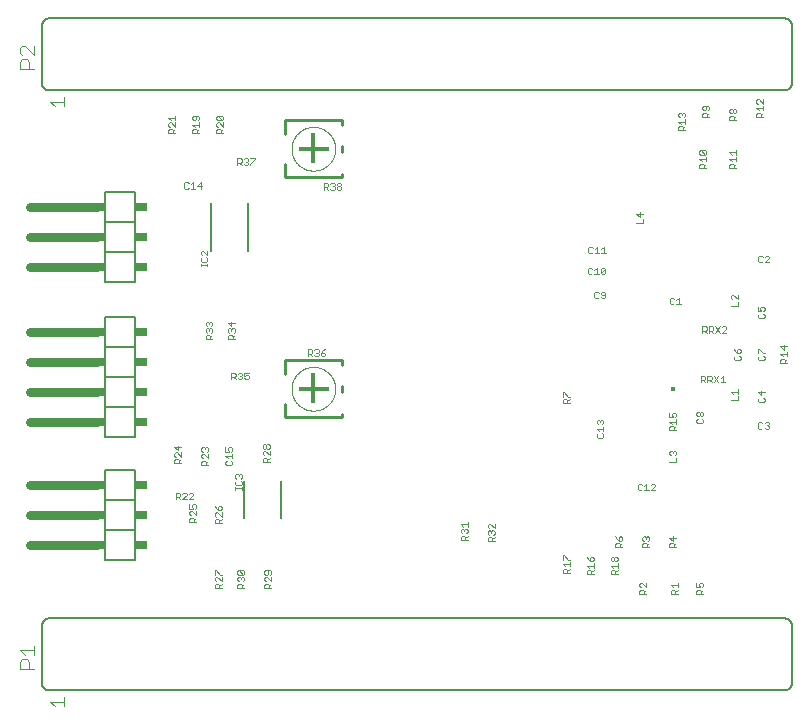
<source format=gtl>
G75*
%MOIN*%
%OFA0B0*%
%FSLAX25Y25*%
%IPPOS*%
%LPD*%
%AMOC8*
5,1,8,0,0,1.08239X$1,22.5*
%
%ADD10C,0.00200*%
%ADD11R,0.01772X0.01772*%
%ADD12C,0.00600*%
%ADD13C,0.00400*%
%ADD14C,0.03000*%
%ADD15R,0.02000X0.03000*%
%ADD16R,0.04000X0.03000*%
%ADD17C,0.01000*%
%ADD18R,0.01575X0.10433*%
%ADD19R,0.10433X0.01575*%
D10*
X0122793Y0088533D02*
X0122793Y0089634D01*
X0123160Y0090001D01*
X0123894Y0090001D01*
X0124261Y0089634D01*
X0124261Y0088533D01*
X0124261Y0089267D02*
X0124995Y0090001D01*
X0124995Y0090743D02*
X0123527Y0092211D01*
X0123160Y0092211D01*
X0122793Y0091844D01*
X0122793Y0091110D01*
X0123160Y0090743D01*
X0124995Y0090743D02*
X0124995Y0092211D01*
X0124995Y0092953D02*
X0124628Y0092953D01*
X0123160Y0094421D01*
X0122793Y0094421D01*
X0122793Y0092953D01*
X0130293Y0093320D02*
X0130293Y0094054D01*
X0130660Y0094421D01*
X0132128Y0092953D01*
X0132495Y0093320D01*
X0132495Y0094054D01*
X0132128Y0094421D01*
X0130660Y0094421D01*
X0130293Y0093320D02*
X0130660Y0092953D01*
X0132128Y0092953D01*
X0132128Y0092211D02*
X0132495Y0091844D01*
X0132495Y0091110D01*
X0132128Y0090743D01*
X0132495Y0090001D02*
X0131761Y0089267D01*
X0131761Y0089634D02*
X0131761Y0088533D01*
X0132495Y0088533D02*
X0130293Y0088533D01*
X0130293Y0089634D01*
X0130660Y0090001D01*
X0131394Y0090001D01*
X0131761Y0089634D01*
X0130660Y0090743D02*
X0130293Y0091110D01*
X0130293Y0091844D01*
X0130660Y0092211D01*
X0131027Y0092211D01*
X0131394Y0091844D01*
X0131761Y0092211D01*
X0132128Y0092211D01*
X0131394Y0091844D02*
X0131394Y0091477D01*
X0139293Y0091110D02*
X0139660Y0090743D01*
X0139293Y0091110D02*
X0139293Y0091844D01*
X0139660Y0092211D01*
X0140027Y0092211D01*
X0141495Y0090743D01*
X0141495Y0092211D01*
X0141128Y0092953D02*
X0141495Y0093320D01*
X0141495Y0094054D01*
X0141128Y0094421D01*
X0139660Y0094421D01*
X0139293Y0094054D01*
X0139293Y0093320D01*
X0139660Y0092953D01*
X0140027Y0092953D01*
X0140394Y0093320D01*
X0140394Y0094421D01*
X0140394Y0090001D02*
X0139660Y0090001D01*
X0139293Y0089634D01*
X0139293Y0088533D01*
X0141495Y0088533D01*
X0140761Y0088533D02*
X0140761Y0089634D01*
X0140394Y0090001D01*
X0140761Y0089267D02*
X0141495Y0090001D01*
X0124995Y0088533D02*
X0122793Y0088533D01*
X0122793Y0110033D02*
X0122793Y0111134D01*
X0123160Y0111501D01*
X0123894Y0111501D01*
X0124261Y0111134D01*
X0124261Y0110033D01*
X0124261Y0110767D02*
X0124995Y0111501D01*
X0124995Y0112243D02*
X0123527Y0113711D01*
X0123160Y0113711D01*
X0122793Y0113344D01*
X0122793Y0112610D01*
X0123160Y0112243D01*
X0124995Y0112243D02*
X0124995Y0113711D01*
X0124628Y0114453D02*
X0124995Y0114820D01*
X0124995Y0115554D01*
X0124628Y0115921D01*
X0124261Y0115921D01*
X0123894Y0115554D01*
X0123894Y0114453D01*
X0124628Y0114453D01*
X0123894Y0114453D02*
X0123160Y0115187D01*
X0122793Y0115921D01*
X0122793Y0110033D02*
X0124995Y0110033D01*
X0116495Y0110533D02*
X0114293Y0110533D01*
X0114293Y0111634D01*
X0114660Y0112001D01*
X0115394Y0112001D01*
X0115761Y0111634D01*
X0115761Y0110533D01*
X0115761Y0111267D02*
X0116495Y0112001D01*
X0116495Y0112743D02*
X0115027Y0114211D01*
X0114660Y0114211D01*
X0114293Y0113844D01*
X0114293Y0113110D01*
X0114660Y0112743D01*
X0116495Y0112743D02*
X0116495Y0114211D01*
X0116128Y0114953D02*
X0116495Y0115320D01*
X0116495Y0116054D01*
X0116128Y0116421D01*
X0115394Y0116421D01*
X0115027Y0116054D01*
X0115027Y0115687D01*
X0115394Y0114953D01*
X0114293Y0114953D01*
X0114293Y0116421D01*
X0114115Y0118033D02*
X0115583Y0119501D01*
X0115583Y0119868D01*
X0115216Y0120235D01*
X0114482Y0120235D01*
X0114115Y0119868D01*
X0113373Y0119868D02*
X0113006Y0120235D01*
X0112272Y0120235D01*
X0111905Y0119868D01*
X0111163Y0119868D02*
X0111163Y0119134D01*
X0110796Y0118767D01*
X0109695Y0118767D01*
X0109695Y0118033D02*
X0109695Y0120235D01*
X0110796Y0120235D01*
X0111163Y0119868D01*
X0110429Y0118767D02*
X0111163Y0118033D01*
X0111905Y0118033D02*
X0113373Y0119501D01*
X0113373Y0119868D01*
X0113373Y0118033D02*
X0111905Y0118033D01*
X0114115Y0118033D02*
X0115583Y0118033D01*
X0129593Y0121333D02*
X0129593Y0122067D01*
X0129593Y0121700D02*
X0131795Y0121700D01*
X0131795Y0121333D02*
X0131795Y0122067D01*
X0131428Y0122806D02*
X0131795Y0123173D01*
X0131795Y0123907D01*
X0131428Y0124274D01*
X0131428Y0125016D02*
X0131795Y0125383D01*
X0131795Y0126117D01*
X0131428Y0126484D01*
X0131061Y0126484D01*
X0130694Y0126117D01*
X0130694Y0125750D01*
X0130694Y0126117D02*
X0130327Y0126484D01*
X0129960Y0126484D01*
X0129593Y0126117D01*
X0129593Y0125383D01*
X0129960Y0125016D01*
X0129960Y0124274D02*
X0129593Y0123907D01*
X0129593Y0123173D01*
X0129960Y0122806D01*
X0131428Y0122806D01*
X0128128Y0129533D02*
X0128495Y0129900D01*
X0128495Y0130634D01*
X0128128Y0131001D01*
X0128495Y0131743D02*
X0128495Y0133211D01*
X0128495Y0132477D02*
X0126293Y0132477D01*
X0127027Y0131743D01*
X0126660Y0131001D02*
X0126293Y0130634D01*
X0126293Y0129900D01*
X0126660Y0129533D01*
X0128128Y0129533D01*
X0128128Y0133953D02*
X0128495Y0134320D01*
X0128495Y0135054D01*
X0128128Y0135421D01*
X0127394Y0135421D01*
X0127027Y0135054D01*
X0127027Y0134687D01*
X0127394Y0133953D01*
X0126293Y0133953D01*
X0126293Y0135421D01*
X0120495Y0135054D02*
X0120495Y0134320D01*
X0120128Y0133953D01*
X0120495Y0133211D02*
X0120495Y0131743D01*
X0119027Y0133211D01*
X0118660Y0133211D01*
X0118293Y0132844D01*
X0118293Y0132110D01*
X0118660Y0131743D01*
X0118660Y0131001D02*
X0119394Y0131001D01*
X0119761Y0130634D01*
X0119761Y0129533D01*
X0119761Y0130267D02*
X0120495Y0131001D01*
X0120495Y0129533D02*
X0118293Y0129533D01*
X0118293Y0130634D01*
X0118660Y0131001D01*
X0118660Y0133953D02*
X0118293Y0134320D01*
X0118293Y0135054D01*
X0118660Y0135421D01*
X0119027Y0135421D01*
X0119394Y0135054D01*
X0119761Y0135421D01*
X0120128Y0135421D01*
X0120495Y0135054D01*
X0119394Y0135054D02*
X0119394Y0134687D01*
X0111495Y0135554D02*
X0109293Y0135554D01*
X0110394Y0134453D01*
X0110394Y0135921D01*
X0110027Y0133711D02*
X0109660Y0133711D01*
X0109293Y0133344D01*
X0109293Y0132610D01*
X0109660Y0132243D01*
X0109660Y0131501D02*
X0110394Y0131501D01*
X0110761Y0131134D01*
X0110761Y0130033D01*
X0110761Y0130767D02*
X0111495Y0131501D01*
X0111495Y0132243D02*
X0110027Y0133711D01*
X0111495Y0133711D02*
X0111495Y0132243D01*
X0109660Y0131501D02*
X0109293Y0131134D01*
X0109293Y0130033D01*
X0111495Y0130033D01*
X0138793Y0130533D02*
X0138793Y0131634D01*
X0139160Y0132001D01*
X0139894Y0132001D01*
X0140261Y0131634D01*
X0140261Y0130533D01*
X0140261Y0131267D02*
X0140995Y0132001D01*
X0140995Y0132743D02*
X0139527Y0134211D01*
X0139160Y0134211D01*
X0138793Y0133844D01*
X0138793Y0133110D01*
X0139160Y0132743D01*
X0140995Y0132743D02*
X0140995Y0134211D01*
X0140628Y0134953D02*
X0140261Y0134953D01*
X0139894Y0135320D01*
X0139894Y0136054D01*
X0140261Y0136421D01*
X0140628Y0136421D01*
X0140995Y0136054D01*
X0140995Y0135320D01*
X0140628Y0134953D01*
X0139894Y0135320D02*
X0139527Y0134953D01*
X0139160Y0134953D01*
X0138793Y0135320D01*
X0138793Y0136054D01*
X0139160Y0136421D01*
X0139527Y0136421D01*
X0139894Y0136054D01*
X0140995Y0130533D02*
X0138793Y0130533D01*
X0133716Y0158033D02*
X0132982Y0158033D01*
X0132615Y0158400D01*
X0132615Y0159134D02*
X0133349Y0159501D01*
X0133716Y0159501D01*
X0134083Y0159134D01*
X0134083Y0158400D01*
X0133716Y0158033D01*
X0132615Y0159134D02*
X0132615Y0160235D01*
X0134083Y0160235D01*
X0131873Y0159868D02*
X0131873Y0159501D01*
X0131506Y0159134D01*
X0131873Y0158767D01*
X0131873Y0158400D01*
X0131506Y0158033D01*
X0130772Y0158033D01*
X0130405Y0158400D01*
X0129663Y0158033D02*
X0128929Y0158767D01*
X0129296Y0158767D02*
X0128195Y0158767D01*
X0128195Y0158033D02*
X0128195Y0160235D01*
X0129296Y0160235D01*
X0129663Y0159868D01*
X0129663Y0159134D01*
X0129296Y0158767D01*
X0130405Y0159868D02*
X0130772Y0160235D01*
X0131506Y0160235D01*
X0131873Y0159868D01*
X0131506Y0159134D02*
X0131139Y0159134D01*
X0129395Y0171403D02*
X0127193Y0171403D01*
X0127193Y0172504D01*
X0127560Y0172871D01*
X0128294Y0172871D01*
X0128661Y0172504D01*
X0128661Y0171403D01*
X0128661Y0172137D02*
X0129395Y0172871D01*
X0129028Y0173613D02*
X0129395Y0173980D01*
X0129395Y0174714D01*
X0129028Y0175081D01*
X0128661Y0175081D01*
X0128294Y0174714D01*
X0128294Y0174347D01*
X0128294Y0174714D02*
X0127927Y0175081D01*
X0127560Y0175081D01*
X0127193Y0174714D01*
X0127193Y0173980D01*
X0127560Y0173613D01*
X0128294Y0175823D02*
X0128294Y0177291D01*
X0127193Y0176924D02*
X0128294Y0175823D01*
X0129395Y0176924D02*
X0127193Y0176924D01*
X0121895Y0176924D02*
X0121895Y0176190D01*
X0121528Y0175823D01*
X0121528Y0175081D02*
X0121895Y0174714D01*
X0121895Y0173980D01*
X0121528Y0173613D01*
X0121895Y0172871D02*
X0121161Y0172137D01*
X0121161Y0172504D02*
X0121161Y0171403D01*
X0121895Y0171403D02*
X0119693Y0171403D01*
X0119693Y0172504D01*
X0120060Y0172871D01*
X0120794Y0172871D01*
X0121161Y0172504D01*
X0120060Y0173613D02*
X0119693Y0173980D01*
X0119693Y0174714D01*
X0120060Y0175081D01*
X0120427Y0175081D01*
X0120794Y0174714D01*
X0121161Y0175081D01*
X0121528Y0175081D01*
X0120794Y0174714D02*
X0120794Y0174347D01*
X0120060Y0175823D02*
X0119693Y0176190D01*
X0119693Y0176924D01*
X0120060Y0177291D01*
X0120427Y0177291D01*
X0120794Y0176924D01*
X0121161Y0177291D01*
X0121528Y0177291D01*
X0121895Y0176924D01*
X0120794Y0176924D02*
X0120794Y0176557D01*
X0120295Y0195833D02*
X0120295Y0196567D01*
X0120295Y0196200D02*
X0118093Y0196200D01*
X0118093Y0195833D02*
X0118093Y0196567D01*
X0118460Y0197306D02*
X0119928Y0197306D01*
X0120295Y0197673D01*
X0120295Y0198407D01*
X0119928Y0198774D01*
X0120295Y0199516D02*
X0118827Y0200984D01*
X0118460Y0200984D01*
X0118093Y0200617D01*
X0118093Y0199883D01*
X0118460Y0199516D01*
X0118460Y0198774D02*
X0118093Y0198407D01*
X0118093Y0197673D01*
X0118460Y0197306D01*
X0120295Y0199516D02*
X0120295Y0200984D01*
X0118031Y0221558D02*
X0118031Y0223760D01*
X0116930Y0222659D01*
X0118398Y0222659D01*
X0116188Y0221558D02*
X0114720Y0221558D01*
X0115454Y0221558D02*
X0115454Y0223760D01*
X0114720Y0223026D01*
X0113978Y0223393D02*
X0113611Y0223760D01*
X0112877Y0223760D01*
X0112510Y0223393D01*
X0112510Y0221925D01*
X0112877Y0221558D01*
X0113611Y0221558D01*
X0113978Y0221925D01*
X0130195Y0229533D02*
X0130195Y0231735D01*
X0131296Y0231735D01*
X0131663Y0231368D01*
X0131663Y0230634D01*
X0131296Y0230267D01*
X0130195Y0230267D01*
X0130929Y0230267D02*
X0131663Y0229533D01*
X0132405Y0229900D02*
X0132772Y0229533D01*
X0133506Y0229533D01*
X0133873Y0229900D01*
X0133873Y0230267D01*
X0133506Y0230634D01*
X0133139Y0230634D01*
X0133506Y0230634D02*
X0133873Y0231001D01*
X0133873Y0231368D01*
X0133506Y0231735D01*
X0132772Y0231735D01*
X0132405Y0231368D01*
X0134615Y0231735D02*
X0136083Y0231735D01*
X0136083Y0231368D01*
X0134615Y0229900D01*
X0134615Y0229533D01*
X0125495Y0240033D02*
X0123293Y0240033D01*
X0123293Y0241134D01*
X0123660Y0241501D01*
X0124394Y0241501D01*
X0124761Y0241134D01*
X0124761Y0240033D01*
X0124761Y0240767D02*
X0125495Y0241501D01*
X0125495Y0242243D02*
X0124027Y0243711D01*
X0123660Y0243711D01*
X0123293Y0243344D01*
X0123293Y0242610D01*
X0123660Y0242243D01*
X0125495Y0242243D02*
X0125495Y0243711D01*
X0125128Y0244453D02*
X0123660Y0245921D01*
X0125128Y0245921D01*
X0125495Y0245554D01*
X0125495Y0244820D01*
X0125128Y0244453D01*
X0123660Y0244453D01*
X0123293Y0244820D01*
X0123293Y0245554D01*
X0123660Y0245921D01*
X0117495Y0245554D02*
X0117495Y0244820D01*
X0117128Y0244453D01*
X0116394Y0244820D02*
X0116394Y0245921D01*
X0115660Y0245921D02*
X0115293Y0245554D01*
X0115293Y0244820D01*
X0115660Y0244453D01*
X0116027Y0244453D01*
X0116394Y0244820D01*
X0117128Y0245921D02*
X0115660Y0245921D01*
X0117128Y0245921D02*
X0117495Y0245554D01*
X0117495Y0243711D02*
X0117495Y0242243D01*
X0117495Y0242977D02*
X0115293Y0242977D01*
X0116027Y0242243D01*
X0115660Y0241501D02*
X0116394Y0241501D01*
X0116761Y0241134D01*
X0116761Y0240033D01*
X0116761Y0240767D02*
X0117495Y0241501D01*
X0117495Y0240033D02*
X0115293Y0240033D01*
X0115293Y0241134D01*
X0115660Y0241501D01*
X0109495Y0241501D02*
X0108761Y0240767D01*
X0108761Y0241134D02*
X0108761Y0240033D01*
X0109495Y0240033D02*
X0107293Y0240033D01*
X0107293Y0241134D01*
X0107660Y0241501D01*
X0108394Y0241501D01*
X0108761Y0241134D01*
X0109495Y0242243D02*
X0108027Y0243711D01*
X0107660Y0243711D01*
X0107293Y0243344D01*
X0107293Y0242610D01*
X0107660Y0242243D01*
X0109495Y0242243D02*
X0109495Y0243711D01*
X0109495Y0244453D02*
X0109495Y0245921D01*
X0109495Y0245187D02*
X0107293Y0245187D01*
X0108027Y0244453D01*
X0159065Y0223516D02*
X0159065Y0221314D01*
X0159065Y0222048D02*
X0160166Y0222048D01*
X0160533Y0222415D01*
X0160533Y0223149D01*
X0160166Y0223516D01*
X0159065Y0223516D01*
X0159799Y0222048D02*
X0160533Y0221314D01*
X0161275Y0221681D02*
X0161642Y0221314D01*
X0162376Y0221314D01*
X0162743Y0221681D01*
X0162743Y0222048D01*
X0162376Y0222415D01*
X0162009Y0222415D01*
X0162376Y0222415D02*
X0162743Y0222782D01*
X0162743Y0223149D01*
X0162376Y0223516D01*
X0161642Y0223516D01*
X0161275Y0223149D01*
X0163485Y0223149D02*
X0163485Y0222782D01*
X0163852Y0222415D01*
X0164586Y0222415D01*
X0164953Y0222048D01*
X0164953Y0221681D01*
X0164586Y0221314D01*
X0163852Y0221314D01*
X0163485Y0221681D01*
X0163485Y0222048D01*
X0163852Y0222415D01*
X0164586Y0222415D02*
X0164953Y0222782D01*
X0164953Y0223149D01*
X0164586Y0223516D01*
X0163852Y0223516D01*
X0163485Y0223149D01*
X0247065Y0194968D02*
X0247065Y0193500D01*
X0247432Y0193133D01*
X0248166Y0193133D01*
X0248533Y0193500D01*
X0249275Y0193133D02*
X0250743Y0193133D01*
X0250009Y0193133D02*
X0250009Y0195335D01*
X0249275Y0194601D01*
X0248533Y0194968D02*
X0248166Y0195335D01*
X0247432Y0195335D01*
X0247065Y0194968D01*
X0251485Y0194968D02*
X0251852Y0195335D01*
X0252586Y0195335D01*
X0252953Y0194968D01*
X0251485Y0193500D01*
X0251852Y0193133D01*
X0252586Y0193133D01*
X0252953Y0193500D01*
X0252953Y0194968D01*
X0251485Y0194968D02*
X0251485Y0193500D01*
X0251635Y0200074D02*
X0253103Y0200074D01*
X0252369Y0200074D02*
X0252369Y0202276D01*
X0251635Y0201542D01*
X0250893Y0200074D02*
X0249425Y0200074D01*
X0250159Y0200074D02*
X0250159Y0202276D01*
X0249425Y0201542D01*
X0248683Y0201909D02*
X0248316Y0202276D01*
X0247582Y0202276D01*
X0247215Y0201909D01*
X0247215Y0200441D01*
X0247582Y0200074D01*
X0248316Y0200074D01*
X0248683Y0200441D01*
X0263293Y0210033D02*
X0265495Y0210033D01*
X0265495Y0211501D01*
X0264394Y0212243D02*
X0264394Y0213711D01*
X0263293Y0213344D02*
X0264394Y0212243D01*
X0265495Y0213344D02*
X0263293Y0213344D01*
X0284293Y0228533D02*
X0284293Y0229634D01*
X0284660Y0230001D01*
X0285394Y0230001D01*
X0285761Y0229634D01*
X0285761Y0228533D01*
X0285761Y0229267D02*
X0286495Y0230001D01*
X0286495Y0230743D02*
X0286495Y0232211D01*
X0286495Y0231477D02*
X0284293Y0231477D01*
X0285027Y0230743D01*
X0284660Y0232953D02*
X0284293Y0233320D01*
X0284293Y0234054D01*
X0284660Y0234421D01*
X0286128Y0232953D01*
X0286495Y0233320D01*
X0286495Y0234054D01*
X0286128Y0234421D01*
X0284660Y0234421D01*
X0284660Y0232953D02*
X0286128Y0232953D01*
X0286495Y0228533D02*
X0284293Y0228533D01*
X0294293Y0228533D02*
X0294293Y0229634D01*
X0294660Y0230001D01*
X0295394Y0230001D01*
X0295761Y0229634D01*
X0295761Y0228533D01*
X0295761Y0229267D02*
X0296495Y0230001D01*
X0296495Y0230743D02*
X0296495Y0232211D01*
X0296495Y0231477D02*
X0294293Y0231477D01*
X0295027Y0230743D01*
X0295027Y0232953D02*
X0294293Y0233687D01*
X0296495Y0233687D01*
X0296495Y0232953D02*
X0296495Y0234421D01*
X0296495Y0228533D02*
X0294293Y0228533D01*
X0279495Y0241033D02*
X0277293Y0241033D01*
X0277293Y0242134D01*
X0277660Y0242501D01*
X0278394Y0242501D01*
X0278761Y0242134D01*
X0278761Y0241033D01*
X0278761Y0241767D02*
X0279495Y0242501D01*
X0279495Y0243243D02*
X0279495Y0244711D01*
X0279495Y0243977D02*
X0277293Y0243977D01*
X0278027Y0243243D01*
X0277660Y0245453D02*
X0277293Y0245820D01*
X0277293Y0246554D01*
X0277660Y0246921D01*
X0278027Y0246921D01*
X0278394Y0246554D01*
X0278761Y0246921D01*
X0279128Y0246921D01*
X0279495Y0246554D01*
X0279495Y0245820D01*
X0279128Y0245453D01*
X0278394Y0246187D02*
X0278394Y0246554D01*
X0285293Y0246634D02*
X0285660Y0247001D01*
X0286394Y0247001D01*
X0286761Y0246634D01*
X0286761Y0245533D01*
X0286761Y0246267D02*
X0287495Y0247001D01*
X0287128Y0247743D02*
X0287495Y0248110D01*
X0287495Y0248844D01*
X0287128Y0249211D01*
X0285660Y0249211D01*
X0285293Y0248844D01*
X0285293Y0248110D01*
X0285660Y0247743D01*
X0286027Y0247743D01*
X0286394Y0248110D01*
X0286394Y0249211D01*
X0285293Y0246634D02*
X0285293Y0245533D01*
X0287495Y0245533D01*
X0294293Y0245634D02*
X0294293Y0244533D01*
X0296495Y0244533D01*
X0295761Y0244533D02*
X0295761Y0245634D01*
X0295394Y0246001D01*
X0294660Y0246001D01*
X0294293Y0245634D01*
X0294660Y0246743D02*
X0295027Y0246743D01*
X0295394Y0247110D01*
X0295394Y0247844D01*
X0295761Y0248211D01*
X0296128Y0248211D01*
X0296495Y0247844D01*
X0296495Y0247110D01*
X0296128Y0246743D01*
X0295761Y0246743D01*
X0295394Y0247110D01*
X0295394Y0247844D02*
X0295027Y0248211D01*
X0294660Y0248211D01*
X0294293Y0247844D01*
X0294293Y0247110D01*
X0294660Y0246743D01*
X0295761Y0245267D02*
X0296495Y0246001D01*
X0303293Y0245533D02*
X0303293Y0246634D01*
X0303660Y0247001D01*
X0304394Y0247001D01*
X0304761Y0246634D01*
X0304761Y0245533D01*
X0304761Y0246267D02*
X0305495Y0247001D01*
X0305495Y0247743D02*
X0305495Y0249211D01*
X0305495Y0248477D02*
X0303293Y0248477D01*
X0304027Y0247743D01*
X0303660Y0249953D02*
X0303293Y0250320D01*
X0303293Y0251054D01*
X0303660Y0251421D01*
X0304027Y0251421D01*
X0305495Y0249953D01*
X0305495Y0251421D01*
X0305495Y0245533D02*
X0303293Y0245533D01*
X0304294Y0199245D02*
X0303927Y0198878D01*
X0303927Y0197410D01*
X0304294Y0197043D01*
X0305028Y0197043D01*
X0305395Y0197410D01*
X0306137Y0197043D02*
X0307605Y0198511D01*
X0307605Y0198878D01*
X0307238Y0199245D01*
X0306504Y0199245D01*
X0306137Y0198878D01*
X0305395Y0198878D02*
X0305028Y0199245D01*
X0304294Y0199245D01*
X0306137Y0197043D02*
X0307605Y0197043D01*
X0296995Y0186211D02*
X0296995Y0184743D01*
X0295527Y0186211D01*
X0295160Y0186211D01*
X0294793Y0185844D01*
X0294793Y0185110D01*
X0295160Y0184743D01*
X0296995Y0184001D02*
X0296995Y0182533D01*
X0294793Y0182533D01*
X0303793Y0182211D02*
X0303793Y0180743D01*
X0304894Y0180743D01*
X0304527Y0181477D01*
X0304527Y0181844D01*
X0304894Y0182211D01*
X0305628Y0182211D01*
X0305995Y0181844D01*
X0305995Y0181110D01*
X0305628Y0180743D01*
X0305628Y0180001D02*
X0305995Y0179634D01*
X0305995Y0178900D01*
X0305628Y0178533D01*
X0304160Y0178533D01*
X0303793Y0178900D01*
X0303793Y0179634D01*
X0304160Y0180001D01*
X0293293Y0175368D02*
X0292926Y0175735D01*
X0292192Y0175735D01*
X0291825Y0175368D01*
X0291083Y0175735D02*
X0289615Y0173533D01*
X0288873Y0173533D02*
X0288139Y0174267D01*
X0288506Y0174267D02*
X0287405Y0174267D01*
X0287405Y0173533D02*
X0287405Y0175735D01*
X0288506Y0175735D01*
X0288873Y0175368D01*
X0288873Y0174634D01*
X0288506Y0174267D01*
X0289615Y0175735D02*
X0291083Y0173533D01*
X0291825Y0173533D02*
X0293293Y0175001D01*
X0293293Y0175368D01*
X0293293Y0173533D02*
X0291825Y0173533D01*
X0286663Y0173533D02*
X0285929Y0174267D01*
X0286296Y0174267D02*
X0285195Y0174267D01*
X0285195Y0173533D02*
X0285195Y0175735D01*
X0286296Y0175735D01*
X0286663Y0175368D01*
X0286663Y0174634D01*
X0286296Y0174267D01*
X0295793Y0168211D02*
X0296160Y0167477D01*
X0296894Y0166743D01*
X0296894Y0167844D01*
X0297261Y0168211D01*
X0297628Y0168211D01*
X0297995Y0167844D01*
X0297995Y0167110D01*
X0297628Y0166743D01*
X0296894Y0166743D01*
X0296160Y0166001D02*
X0295793Y0165634D01*
X0295793Y0164900D01*
X0296160Y0164533D01*
X0297628Y0164533D01*
X0297995Y0164900D01*
X0297995Y0165634D01*
X0297628Y0166001D01*
X0303793Y0165634D02*
X0303793Y0164900D01*
X0304160Y0164533D01*
X0305628Y0164533D01*
X0305995Y0164900D01*
X0305995Y0165634D01*
X0305628Y0166001D01*
X0305628Y0166743D02*
X0305995Y0166743D01*
X0305628Y0166743D02*
X0304160Y0168211D01*
X0303793Y0168211D01*
X0303793Y0166743D01*
X0304160Y0166001D02*
X0303793Y0165634D01*
X0311293Y0166477D02*
X0313495Y0166477D01*
X0313495Y0165743D02*
X0313495Y0167211D01*
X0312394Y0167953D02*
X0311293Y0169054D01*
X0313495Y0169054D01*
X0312394Y0169421D02*
X0312394Y0167953D01*
X0311293Y0166477D02*
X0312027Y0165743D01*
X0311660Y0165001D02*
X0312394Y0165001D01*
X0312761Y0164634D01*
X0312761Y0163533D01*
X0312761Y0164267D02*
X0313495Y0165001D01*
X0313495Y0163533D02*
X0311293Y0163533D01*
X0311293Y0164634D01*
X0311660Y0165001D01*
X0305995Y0153844D02*
X0303793Y0153844D01*
X0304894Y0152743D01*
X0304894Y0154211D01*
X0304160Y0152001D02*
X0303793Y0151634D01*
X0303793Y0150900D01*
X0304160Y0150533D01*
X0305628Y0150533D01*
X0305995Y0150900D01*
X0305995Y0151634D01*
X0305628Y0152001D01*
X0296995Y0152501D02*
X0296995Y0151033D01*
X0294793Y0151033D01*
X0295527Y0153243D02*
X0294793Y0153977D01*
X0296995Y0153977D01*
X0296995Y0153243D02*
X0296995Y0154711D01*
X0292793Y0157033D02*
X0291325Y0157033D01*
X0292059Y0157033D02*
X0292059Y0159235D01*
X0291325Y0158501D01*
X0290583Y0159235D02*
X0289115Y0157033D01*
X0288373Y0157033D02*
X0287639Y0157767D01*
X0288006Y0157767D02*
X0286905Y0157767D01*
X0286905Y0157033D02*
X0286905Y0159235D01*
X0288006Y0159235D01*
X0288373Y0158868D01*
X0288373Y0158134D01*
X0288006Y0157767D01*
X0289115Y0159235D02*
X0290583Y0157033D01*
X0286163Y0157033D02*
X0285429Y0157767D01*
X0285796Y0157767D02*
X0284695Y0157767D01*
X0284695Y0157033D02*
X0284695Y0159235D01*
X0285796Y0159235D01*
X0286163Y0158868D01*
X0286163Y0158134D01*
X0285796Y0157767D01*
X0285128Y0147211D02*
X0285495Y0146844D01*
X0285495Y0146110D01*
X0285128Y0145743D01*
X0284761Y0145743D01*
X0284394Y0146110D01*
X0284394Y0146844D01*
X0284761Y0147211D01*
X0285128Y0147211D01*
X0284394Y0146844D02*
X0284027Y0147211D01*
X0283660Y0147211D01*
X0283293Y0146844D01*
X0283293Y0146110D01*
X0283660Y0145743D01*
X0284027Y0145743D01*
X0284394Y0146110D01*
X0283660Y0145001D02*
X0283293Y0144634D01*
X0283293Y0143900D01*
X0283660Y0143533D01*
X0285128Y0143533D01*
X0285495Y0143900D01*
X0285495Y0144634D01*
X0285128Y0145001D01*
X0276495Y0144711D02*
X0276495Y0143243D01*
X0276495Y0143977D02*
X0274293Y0143977D01*
X0275027Y0143243D01*
X0274660Y0142501D02*
X0275394Y0142501D01*
X0275761Y0142134D01*
X0275761Y0141033D01*
X0275761Y0141767D02*
X0276495Y0142501D01*
X0276495Y0141033D02*
X0274293Y0141033D01*
X0274293Y0142134D01*
X0274660Y0142501D01*
X0274293Y0145453D02*
X0275394Y0145453D01*
X0275027Y0146187D01*
X0275027Y0146554D01*
X0275394Y0146921D01*
X0276128Y0146921D01*
X0276495Y0146554D01*
X0276495Y0145820D01*
X0276128Y0145453D01*
X0274293Y0145453D02*
X0274293Y0146921D01*
X0274660Y0134211D02*
X0275027Y0134211D01*
X0275394Y0133844D01*
X0275761Y0134211D01*
X0276128Y0134211D01*
X0276495Y0133844D01*
X0276495Y0133110D01*
X0276128Y0132743D01*
X0276495Y0132001D02*
X0276495Y0130533D01*
X0274293Y0130533D01*
X0274660Y0132743D02*
X0274293Y0133110D01*
X0274293Y0133844D01*
X0274660Y0134211D01*
X0275394Y0133844D02*
X0275394Y0133477D01*
X0269216Y0123235D02*
X0268482Y0123235D01*
X0268115Y0122868D01*
X0269216Y0123235D02*
X0269583Y0122868D01*
X0269583Y0122501D01*
X0268115Y0121033D01*
X0269583Y0121033D01*
X0267373Y0121033D02*
X0265905Y0121033D01*
X0266639Y0121033D02*
X0266639Y0123235D01*
X0265905Y0122501D01*
X0265163Y0122868D02*
X0264796Y0123235D01*
X0264062Y0123235D01*
X0263695Y0122868D01*
X0263695Y0121400D01*
X0264062Y0121033D01*
X0264796Y0121033D01*
X0265163Y0121400D01*
X0251900Y0138604D02*
X0250432Y0138604D01*
X0250065Y0138971D01*
X0250065Y0139705D01*
X0250432Y0140072D01*
X0250799Y0140814D02*
X0250065Y0141548D01*
X0252267Y0141548D01*
X0252267Y0140814D02*
X0252267Y0142282D01*
X0251900Y0143024D02*
X0252267Y0143391D01*
X0252267Y0144125D01*
X0251900Y0144492D01*
X0251533Y0144492D01*
X0251166Y0144125D01*
X0251166Y0143758D01*
X0251166Y0144125D02*
X0250799Y0144492D01*
X0250432Y0144492D01*
X0250065Y0144125D01*
X0250065Y0143391D01*
X0250432Y0143024D01*
X0251900Y0140072D02*
X0252267Y0139705D01*
X0252267Y0138971D01*
X0251900Y0138604D01*
X0240995Y0150033D02*
X0238793Y0150033D01*
X0238793Y0151134D01*
X0239160Y0151501D01*
X0239894Y0151501D01*
X0240261Y0151134D01*
X0240261Y0150033D01*
X0240261Y0150767D02*
X0240995Y0151501D01*
X0240995Y0152243D02*
X0240628Y0152243D01*
X0239160Y0153711D01*
X0238793Y0153711D01*
X0238793Y0152243D01*
X0274374Y0183392D02*
X0274741Y0183025D01*
X0275475Y0183025D01*
X0275842Y0183392D01*
X0276584Y0183025D02*
X0278052Y0183025D01*
X0277318Y0183025D02*
X0277318Y0185227D01*
X0276584Y0184493D01*
X0275842Y0184860D02*
X0275475Y0185227D01*
X0274741Y0185227D01*
X0274374Y0184860D01*
X0274374Y0183392D01*
X0252953Y0185500D02*
X0252953Y0186968D01*
X0252586Y0187335D01*
X0251852Y0187335D01*
X0251485Y0186968D01*
X0251485Y0186601D01*
X0251852Y0186234D01*
X0252953Y0186234D01*
X0252953Y0185500D02*
X0252586Y0185133D01*
X0251852Y0185133D01*
X0251485Y0185500D01*
X0250743Y0185500D02*
X0250376Y0185133D01*
X0249642Y0185133D01*
X0249275Y0185500D01*
X0249275Y0186968D01*
X0249642Y0187335D01*
X0250376Y0187335D01*
X0250743Y0186968D01*
X0303786Y0143445D02*
X0303786Y0141977D01*
X0304153Y0141610D01*
X0304887Y0141610D01*
X0305254Y0141977D01*
X0305996Y0141977D02*
X0306363Y0141610D01*
X0307097Y0141610D01*
X0307463Y0141977D01*
X0307463Y0142344D01*
X0307097Y0142711D01*
X0306730Y0142711D01*
X0307097Y0142711D02*
X0307463Y0143078D01*
X0307463Y0143445D01*
X0307097Y0143812D01*
X0306363Y0143812D01*
X0305996Y0143445D01*
X0305254Y0143445D02*
X0304887Y0143812D01*
X0304153Y0143812D01*
X0303786Y0143445D01*
X0276495Y0105344D02*
X0274293Y0105344D01*
X0275394Y0104243D01*
X0275394Y0105711D01*
X0275394Y0103501D02*
X0274660Y0103501D01*
X0274293Y0103134D01*
X0274293Y0102033D01*
X0276495Y0102033D01*
X0275761Y0102033D02*
X0275761Y0103134D01*
X0275394Y0103501D01*
X0275761Y0102767D02*
X0276495Y0103501D01*
X0267495Y0103501D02*
X0266761Y0102767D01*
X0266761Y0103134D02*
X0266761Y0102033D01*
X0267495Y0102033D02*
X0265293Y0102033D01*
X0265293Y0103134D01*
X0265660Y0103501D01*
X0266394Y0103501D01*
X0266761Y0103134D01*
X0267128Y0104243D02*
X0267495Y0104610D01*
X0267495Y0105344D01*
X0267128Y0105711D01*
X0266761Y0105711D01*
X0266394Y0105344D01*
X0266394Y0104977D01*
X0266394Y0105344D02*
X0266027Y0105711D01*
X0265660Y0105711D01*
X0265293Y0105344D01*
X0265293Y0104610D01*
X0265660Y0104243D01*
X0258495Y0104610D02*
X0258495Y0105344D01*
X0258128Y0105711D01*
X0257761Y0105711D01*
X0257394Y0105344D01*
X0257394Y0104243D01*
X0258128Y0104243D01*
X0258495Y0104610D01*
X0258495Y0103501D02*
X0257761Y0102767D01*
X0257761Y0103134D02*
X0257761Y0102033D01*
X0258495Y0102033D02*
X0256293Y0102033D01*
X0256293Y0103134D01*
X0256660Y0103501D01*
X0257394Y0103501D01*
X0257761Y0103134D01*
X0257394Y0104243D02*
X0256660Y0104977D01*
X0256293Y0105711D01*
X0256261Y0098921D02*
X0256628Y0098921D01*
X0256995Y0098554D01*
X0256995Y0097820D01*
X0256628Y0097453D01*
X0256261Y0097453D01*
X0255894Y0097820D01*
X0255894Y0098554D01*
X0256261Y0098921D01*
X0255894Y0098554D02*
X0255527Y0098921D01*
X0255160Y0098921D01*
X0254793Y0098554D01*
X0254793Y0097820D01*
X0255160Y0097453D01*
X0255527Y0097453D01*
X0255894Y0097820D01*
X0256995Y0096711D02*
X0256995Y0095243D01*
X0256995Y0095977D02*
X0254793Y0095977D01*
X0255527Y0095243D01*
X0255160Y0094501D02*
X0255894Y0094501D01*
X0256261Y0094134D01*
X0256261Y0093033D01*
X0256261Y0093767D02*
X0256995Y0094501D01*
X0256995Y0093033D02*
X0254793Y0093033D01*
X0254793Y0094134D01*
X0255160Y0094501D01*
X0248995Y0094501D02*
X0248261Y0093767D01*
X0248261Y0094134D02*
X0248261Y0093033D01*
X0248995Y0093033D02*
X0246793Y0093033D01*
X0246793Y0094134D01*
X0247160Y0094501D01*
X0247894Y0094501D01*
X0248261Y0094134D01*
X0247527Y0095243D02*
X0246793Y0095977D01*
X0248995Y0095977D01*
X0248995Y0095243D02*
X0248995Y0096711D01*
X0248628Y0097453D02*
X0248995Y0097820D01*
X0248995Y0098554D01*
X0248628Y0098921D01*
X0248261Y0098921D01*
X0247894Y0098554D01*
X0247894Y0097453D01*
X0248628Y0097453D01*
X0247894Y0097453D02*
X0247160Y0098187D01*
X0246793Y0098921D01*
X0240995Y0097953D02*
X0240628Y0097953D01*
X0239160Y0099421D01*
X0238793Y0099421D01*
X0238793Y0097953D01*
X0238793Y0096477D02*
X0240995Y0096477D01*
X0240995Y0095743D02*
X0240995Y0097211D01*
X0239527Y0095743D02*
X0238793Y0096477D01*
X0239160Y0095001D02*
X0239894Y0095001D01*
X0240261Y0094634D01*
X0240261Y0093533D01*
X0240261Y0094267D02*
X0240995Y0095001D01*
X0240995Y0093533D02*
X0238793Y0093533D01*
X0238793Y0094634D01*
X0239160Y0095001D01*
X0215995Y0104033D02*
X0213793Y0104033D01*
X0213793Y0105134D01*
X0214160Y0105501D01*
X0214894Y0105501D01*
X0215261Y0105134D01*
X0215261Y0104033D01*
X0215261Y0104767D02*
X0215995Y0105501D01*
X0215628Y0106243D02*
X0215995Y0106610D01*
X0215995Y0107344D01*
X0215628Y0107711D01*
X0215261Y0107711D01*
X0214894Y0107344D01*
X0214894Y0106977D01*
X0214894Y0107344D02*
X0214527Y0107711D01*
X0214160Y0107711D01*
X0213793Y0107344D01*
X0213793Y0106610D01*
X0214160Y0106243D01*
X0214160Y0108453D02*
X0213793Y0108820D01*
X0213793Y0109554D01*
X0214160Y0109921D01*
X0214527Y0109921D01*
X0215995Y0108453D01*
X0215995Y0109921D01*
X0206995Y0109687D02*
X0204793Y0109687D01*
X0205527Y0108953D01*
X0205527Y0108211D02*
X0205894Y0107844D01*
X0206261Y0108211D01*
X0206628Y0108211D01*
X0206995Y0107844D01*
X0206995Y0107110D01*
X0206628Y0106743D01*
X0206995Y0106001D02*
X0206261Y0105267D01*
X0206261Y0105634D02*
X0206261Y0104533D01*
X0206995Y0104533D02*
X0204793Y0104533D01*
X0204793Y0105634D01*
X0205160Y0106001D01*
X0205894Y0106001D01*
X0206261Y0105634D01*
X0205160Y0106743D02*
X0204793Y0107110D01*
X0204793Y0107844D01*
X0205160Y0108211D01*
X0205527Y0108211D01*
X0205894Y0107844D02*
X0205894Y0107477D01*
X0206995Y0108953D02*
X0206995Y0110421D01*
X0264293Y0089844D02*
X0264293Y0089110D01*
X0264660Y0088743D01*
X0264660Y0088001D02*
X0265394Y0088001D01*
X0265761Y0087634D01*
X0265761Y0086533D01*
X0265761Y0087267D02*
X0266495Y0088001D01*
X0266495Y0088743D02*
X0265027Y0090211D01*
X0264660Y0090211D01*
X0264293Y0089844D01*
X0264660Y0088001D02*
X0264293Y0087634D01*
X0264293Y0086533D01*
X0266495Y0086533D01*
X0266495Y0088743D02*
X0266495Y0090211D01*
X0274793Y0089477D02*
X0276995Y0089477D01*
X0276995Y0088743D02*
X0276995Y0090211D01*
X0275527Y0088743D02*
X0274793Y0089477D01*
X0275160Y0088001D02*
X0274793Y0087634D01*
X0274793Y0086533D01*
X0276995Y0086533D01*
X0276261Y0086533D02*
X0276261Y0087634D01*
X0275894Y0088001D01*
X0275160Y0088001D01*
X0276261Y0087267D02*
X0276995Y0088001D01*
X0283293Y0087634D02*
X0283293Y0086533D01*
X0285495Y0086533D01*
X0284761Y0086533D02*
X0284761Y0087634D01*
X0284394Y0088001D01*
X0283660Y0088001D01*
X0283293Y0087634D01*
X0283293Y0088743D02*
X0284394Y0088743D01*
X0284027Y0089477D01*
X0284027Y0089844D01*
X0284394Y0090211D01*
X0285128Y0090211D01*
X0285495Y0089844D01*
X0285495Y0089110D01*
X0285128Y0088743D01*
X0285495Y0088001D02*
X0284761Y0087267D01*
X0283293Y0088743D02*
X0283293Y0090211D01*
X0159583Y0166219D02*
X0159583Y0166586D01*
X0159216Y0166953D01*
X0158115Y0166953D01*
X0158115Y0166219D01*
X0158482Y0165852D01*
X0159216Y0165852D01*
X0159583Y0166219D01*
X0158849Y0167687D02*
X0158115Y0166953D01*
X0157373Y0167320D02*
X0157006Y0166953D01*
X0157373Y0166586D01*
X0157373Y0166219D01*
X0157006Y0165852D01*
X0156272Y0165852D01*
X0155905Y0166219D01*
X0155163Y0165852D02*
X0154429Y0166586D01*
X0154796Y0166586D02*
X0153695Y0166586D01*
X0153695Y0165852D02*
X0153695Y0168054D01*
X0154796Y0168054D01*
X0155163Y0167687D01*
X0155163Y0166953D01*
X0154796Y0166586D01*
X0155905Y0167687D02*
X0156272Y0168054D01*
X0157006Y0168054D01*
X0157373Y0167687D01*
X0157373Y0167320D01*
X0157006Y0166953D02*
X0156639Y0166953D01*
X0158849Y0167687D02*
X0159583Y0168054D01*
D11*
X0275312Y0154799D03*
D12*
X0312595Y0078433D02*
X0067595Y0078433D01*
X0067497Y0078431D01*
X0067399Y0078425D01*
X0067301Y0078416D01*
X0067204Y0078402D01*
X0067107Y0078385D01*
X0067011Y0078364D01*
X0066916Y0078339D01*
X0066822Y0078311D01*
X0066730Y0078278D01*
X0066638Y0078243D01*
X0066548Y0078203D01*
X0066460Y0078161D01*
X0066373Y0078114D01*
X0066289Y0078065D01*
X0066206Y0078012D01*
X0066126Y0077956D01*
X0066047Y0077896D01*
X0065971Y0077834D01*
X0065898Y0077769D01*
X0065827Y0077701D01*
X0065759Y0077630D01*
X0065694Y0077557D01*
X0065632Y0077481D01*
X0065572Y0077402D01*
X0065516Y0077322D01*
X0065463Y0077239D01*
X0065414Y0077155D01*
X0065367Y0077068D01*
X0065325Y0076980D01*
X0065285Y0076890D01*
X0065250Y0076798D01*
X0065217Y0076706D01*
X0065189Y0076612D01*
X0065164Y0076517D01*
X0065143Y0076421D01*
X0065126Y0076324D01*
X0065112Y0076227D01*
X0065103Y0076129D01*
X0065097Y0076031D01*
X0065095Y0075933D01*
X0065095Y0056933D01*
X0065097Y0056835D01*
X0065103Y0056737D01*
X0065112Y0056639D01*
X0065126Y0056542D01*
X0065143Y0056445D01*
X0065164Y0056349D01*
X0065189Y0056254D01*
X0065217Y0056160D01*
X0065250Y0056068D01*
X0065285Y0055976D01*
X0065325Y0055886D01*
X0065367Y0055798D01*
X0065414Y0055711D01*
X0065463Y0055627D01*
X0065516Y0055544D01*
X0065572Y0055464D01*
X0065632Y0055385D01*
X0065694Y0055309D01*
X0065759Y0055236D01*
X0065827Y0055165D01*
X0065898Y0055097D01*
X0065971Y0055032D01*
X0066047Y0054970D01*
X0066126Y0054910D01*
X0066206Y0054854D01*
X0066289Y0054801D01*
X0066373Y0054752D01*
X0066460Y0054705D01*
X0066548Y0054663D01*
X0066638Y0054623D01*
X0066730Y0054588D01*
X0066822Y0054555D01*
X0066916Y0054527D01*
X0067011Y0054502D01*
X0067107Y0054481D01*
X0067204Y0054464D01*
X0067301Y0054450D01*
X0067399Y0054441D01*
X0067497Y0054435D01*
X0067595Y0054433D01*
X0312595Y0054433D01*
X0312693Y0054435D01*
X0312791Y0054441D01*
X0312889Y0054450D01*
X0312986Y0054464D01*
X0313083Y0054481D01*
X0313179Y0054502D01*
X0313274Y0054527D01*
X0313368Y0054555D01*
X0313460Y0054588D01*
X0313552Y0054623D01*
X0313642Y0054663D01*
X0313730Y0054705D01*
X0313817Y0054752D01*
X0313901Y0054801D01*
X0313984Y0054854D01*
X0314064Y0054910D01*
X0314143Y0054970D01*
X0314219Y0055032D01*
X0314292Y0055097D01*
X0314363Y0055165D01*
X0314431Y0055236D01*
X0314496Y0055309D01*
X0314558Y0055385D01*
X0314618Y0055464D01*
X0314674Y0055544D01*
X0314727Y0055627D01*
X0314776Y0055711D01*
X0314823Y0055798D01*
X0314865Y0055886D01*
X0314905Y0055976D01*
X0314940Y0056068D01*
X0314973Y0056160D01*
X0315001Y0056254D01*
X0315026Y0056349D01*
X0315047Y0056445D01*
X0315064Y0056542D01*
X0315078Y0056639D01*
X0315087Y0056737D01*
X0315093Y0056835D01*
X0315095Y0056933D01*
X0315095Y0075933D01*
X0315093Y0076031D01*
X0315087Y0076129D01*
X0315078Y0076227D01*
X0315064Y0076324D01*
X0315047Y0076421D01*
X0315026Y0076517D01*
X0315001Y0076612D01*
X0314973Y0076706D01*
X0314940Y0076798D01*
X0314905Y0076890D01*
X0314865Y0076980D01*
X0314823Y0077068D01*
X0314776Y0077155D01*
X0314727Y0077239D01*
X0314674Y0077322D01*
X0314618Y0077402D01*
X0314558Y0077481D01*
X0314496Y0077557D01*
X0314431Y0077630D01*
X0314363Y0077701D01*
X0314292Y0077769D01*
X0314219Y0077834D01*
X0314143Y0077896D01*
X0314064Y0077956D01*
X0313984Y0078012D01*
X0313901Y0078065D01*
X0313817Y0078114D01*
X0313730Y0078161D01*
X0313642Y0078203D01*
X0313552Y0078243D01*
X0313460Y0078278D01*
X0313368Y0078311D01*
X0313274Y0078339D01*
X0313179Y0078364D01*
X0313083Y0078385D01*
X0312986Y0078402D01*
X0312889Y0078416D01*
X0312791Y0078425D01*
X0312693Y0078431D01*
X0312595Y0078433D01*
X0144695Y0111833D02*
X0144695Y0124033D01*
X0132495Y0124033D02*
X0132495Y0111833D01*
X0096095Y0107933D02*
X0096095Y0097933D01*
X0086095Y0097933D01*
X0086095Y0107933D01*
X0086095Y0117933D01*
X0086095Y0127933D01*
X0096095Y0127933D01*
X0096095Y0117933D01*
X0086095Y0117933D01*
X0096095Y0117933D02*
X0096095Y0107933D01*
X0086095Y0107933D01*
X0086095Y0138933D02*
X0096095Y0138933D01*
X0096095Y0148933D01*
X0096095Y0158933D01*
X0096095Y0168933D01*
X0096095Y0178933D01*
X0086095Y0178933D01*
X0086095Y0168933D01*
X0086095Y0158933D01*
X0086095Y0148933D01*
X0086095Y0138933D01*
X0086095Y0148933D02*
X0096095Y0148933D01*
X0096095Y0158933D02*
X0086095Y0158933D01*
X0086095Y0168933D02*
X0096095Y0168933D01*
X0096095Y0190433D02*
X0086095Y0190433D01*
X0086095Y0200433D01*
X0086095Y0210433D01*
X0086095Y0220433D01*
X0096095Y0220433D01*
X0096095Y0210433D01*
X0086095Y0210433D01*
X0096095Y0210433D02*
X0096095Y0200433D01*
X0086095Y0200433D01*
X0096095Y0200433D02*
X0096095Y0190433D01*
X0121495Y0200865D02*
X0121495Y0217002D01*
X0133695Y0217002D02*
X0133695Y0200865D01*
X0067595Y0254433D02*
X0312595Y0254433D01*
X0312693Y0254435D01*
X0312791Y0254441D01*
X0312889Y0254450D01*
X0312986Y0254464D01*
X0313083Y0254481D01*
X0313179Y0254502D01*
X0313274Y0254527D01*
X0313368Y0254555D01*
X0313460Y0254588D01*
X0313552Y0254623D01*
X0313642Y0254663D01*
X0313730Y0254705D01*
X0313817Y0254752D01*
X0313901Y0254801D01*
X0313984Y0254854D01*
X0314064Y0254910D01*
X0314143Y0254970D01*
X0314219Y0255032D01*
X0314292Y0255097D01*
X0314363Y0255165D01*
X0314431Y0255236D01*
X0314496Y0255309D01*
X0314558Y0255385D01*
X0314618Y0255464D01*
X0314674Y0255544D01*
X0314727Y0255627D01*
X0314776Y0255711D01*
X0314823Y0255798D01*
X0314865Y0255886D01*
X0314905Y0255976D01*
X0314940Y0256068D01*
X0314973Y0256160D01*
X0315001Y0256254D01*
X0315026Y0256349D01*
X0315047Y0256445D01*
X0315064Y0256542D01*
X0315078Y0256639D01*
X0315087Y0256737D01*
X0315093Y0256835D01*
X0315095Y0256933D01*
X0315095Y0275933D01*
X0315093Y0276031D01*
X0315087Y0276129D01*
X0315078Y0276227D01*
X0315064Y0276324D01*
X0315047Y0276421D01*
X0315026Y0276517D01*
X0315001Y0276612D01*
X0314973Y0276706D01*
X0314940Y0276798D01*
X0314905Y0276890D01*
X0314865Y0276980D01*
X0314823Y0277068D01*
X0314776Y0277155D01*
X0314727Y0277239D01*
X0314674Y0277322D01*
X0314618Y0277402D01*
X0314558Y0277481D01*
X0314496Y0277557D01*
X0314431Y0277630D01*
X0314363Y0277701D01*
X0314292Y0277769D01*
X0314219Y0277834D01*
X0314143Y0277896D01*
X0314064Y0277956D01*
X0313984Y0278012D01*
X0313901Y0278065D01*
X0313817Y0278114D01*
X0313730Y0278161D01*
X0313642Y0278203D01*
X0313552Y0278243D01*
X0313460Y0278278D01*
X0313368Y0278311D01*
X0313274Y0278339D01*
X0313179Y0278364D01*
X0313083Y0278385D01*
X0312986Y0278402D01*
X0312889Y0278416D01*
X0312791Y0278425D01*
X0312693Y0278431D01*
X0312595Y0278433D01*
X0067595Y0278433D01*
X0067497Y0278431D01*
X0067399Y0278425D01*
X0067301Y0278416D01*
X0067204Y0278402D01*
X0067107Y0278385D01*
X0067011Y0278364D01*
X0066916Y0278339D01*
X0066822Y0278311D01*
X0066730Y0278278D01*
X0066638Y0278243D01*
X0066548Y0278203D01*
X0066460Y0278161D01*
X0066373Y0278114D01*
X0066289Y0278065D01*
X0066206Y0278012D01*
X0066126Y0277956D01*
X0066047Y0277896D01*
X0065971Y0277834D01*
X0065898Y0277769D01*
X0065827Y0277701D01*
X0065759Y0277630D01*
X0065694Y0277557D01*
X0065632Y0277481D01*
X0065572Y0277402D01*
X0065516Y0277322D01*
X0065463Y0277239D01*
X0065414Y0277155D01*
X0065367Y0277068D01*
X0065325Y0276980D01*
X0065285Y0276890D01*
X0065250Y0276798D01*
X0065217Y0276706D01*
X0065189Y0276612D01*
X0065164Y0276517D01*
X0065143Y0276421D01*
X0065126Y0276324D01*
X0065112Y0276227D01*
X0065103Y0276129D01*
X0065097Y0276031D01*
X0065095Y0275933D01*
X0065095Y0256933D01*
X0065097Y0256835D01*
X0065103Y0256737D01*
X0065112Y0256639D01*
X0065126Y0256542D01*
X0065143Y0256445D01*
X0065164Y0256349D01*
X0065189Y0256254D01*
X0065217Y0256160D01*
X0065250Y0256068D01*
X0065285Y0255976D01*
X0065325Y0255886D01*
X0065367Y0255798D01*
X0065414Y0255711D01*
X0065463Y0255627D01*
X0065516Y0255544D01*
X0065572Y0255464D01*
X0065632Y0255385D01*
X0065694Y0255309D01*
X0065759Y0255236D01*
X0065827Y0255165D01*
X0065898Y0255097D01*
X0065971Y0255032D01*
X0066047Y0254970D01*
X0066126Y0254910D01*
X0066206Y0254854D01*
X0066289Y0254801D01*
X0066373Y0254752D01*
X0066460Y0254705D01*
X0066548Y0254663D01*
X0066638Y0254623D01*
X0066730Y0254588D01*
X0066822Y0254555D01*
X0066916Y0254527D01*
X0067011Y0254502D01*
X0067107Y0254481D01*
X0067204Y0254464D01*
X0067301Y0254450D01*
X0067399Y0254441D01*
X0067497Y0254435D01*
X0067595Y0254433D01*
D13*
X0067791Y0050668D02*
X0072395Y0050668D01*
X0072395Y0052202D02*
X0072395Y0049133D01*
X0069326Y0049133D02*
X0067791Y0050668D01*
X0062395Y0061633D02*
X0057791Y0061633D01*
X0057791Y0063935D01*
X0058559Y0064702D01*
X0060093Y0064702D01*
X0060861Y0063935D01*
X0060861Y0061633D01*
X0062395Y0066237D02*
X0062395Y0069306D01*
X0062395Y0067772D02*
X0057791Y0067772D01*
X0059326Y0066237D01*
X0148312Y0154933D02*
X0148314Y0155112D01*
X0148321Y0155290D01*
X0148332Y0155469D01*
X0148347Y0155647D01*
X0148367Y0155825D01*
X0148391Y0156002D01*
X0148419Y0156178D01*
X0148452Y0156354D01*
X0148489Y0156529D01*
X0148530Y0156703D01*
X0148576Y0156875D01*
X0148626Y0157047D01*
X0148680Y0157218D01*
X0148738Y0157387D01*
X0148800Y0157554D01*
X0148866Y0157720D01*
X0148937Y0157884D01*
X0149011Y0158047D01*
X0149090Y0158208D01*
X0149172Y0158366D01*
X0149258Y0158523D01*
X0149348Y0158677D01*
X0149442Y0158829D01*
X0149539Y0158979D01*
X0149641Y0159127D01*
X0149745Y0159271D01*
X0149853Y0159414D01*
X0149965Y0159553D01*
X0150080Y0159690D01*
X0150199Y0159824D01*
X0150320Y0159955D01*
X0150445Y0160083D01*
X0150573Y0160208D01*
X0150704Y0160329D01*
X0150838Y0160448D01*
X0150975Y0160563D01*
X0151114Y0160675D01*
X0151257Y0160783D01*
X0151401Y0160887D01*
X0151549Y0160989D01*
X0151699Y0161086D01*
X0151851Y0161180D01*
X0152005Y0161270D01*
X0152162Y0161356D01*
X0152320Y0161438D01*
X0152481Y0161517D01*
X0152644Y0161591D01*
X0152808Y0161662D01*
X0152974Y0161728D01*
X0153141Y0161790D01*
X0153310Y0161848D01*
X0153481Y0161902D01*
X0153653Y0161952D01*
X0153825Y0161998D01*
X0153999Y0162039D01*
X0154174Y0162076D01*
X0154350Y0162109D01*
X0154526Y0162137D01*
X0154703Y0162161D01*
X0154881Y0162181D01*
X0155059Y0162196D01*
X0155238Y0162207D01*
X0155416Y0162214D01*
X0155595Y0162216D01*
X0155774Y0162214D01*
X0155952Y0162207D01*
X0156131Y0162196D01*
X0156309Y0162181D01*
X0156487Y0162161D01*
X0156664Y0162137D01*
X0156840Y0162109D01*
X0157016Y0162076D01*
X0157191Y0162039D01*
X0157365Y0161998D01*
X0157537Y0161952D01*
X0157709Y0161902D01*
X0157880Y0161848D01*
X0158049Y0161790D01*
X0158216Y0161728D01*
X0158382Y0161662D01*
X0158546Y0161591D01*
X0158709Y0161517D01*
X0158870Y0161438D01*
X0159028Y0161356D01*
X0159185Y0161270D01*
X0159339Y0161180D01*
X0159491Y0161086D01*
X0159641Y0160989D01*
X0159789Y0160887D01*
X0159933Y0160783D01*
X0160076Y0160675D01*
X0160215Y0160563D01*
X0160352Y0160448D01*
X0160486Y0160329D01*
X0160617Y0160208D01*
X0160745Y0160083D01*
X0160870Y0159955D01*
X0160991Y0159824D01*
X0161110Y0159690D01*
X0161225Y0159553D01*
X0161337Y0159414D01*
X0161445Y0159271D01*
X0161549Y0159127D01*
X0161651Y0158979D01*
X0161748Y0158829D01*
X0161842Y0158677D01*
X0161932Y0158523D01*
X0162018Y0158366D01*
X0162100Y0158208D01*
X0162179Y0158047D01*
X0162253Y0157884D01*
X0162324Y0157720D01*
X0162390Y0157554D01*
X0162452Y0157387D01*
X0162510Y0157218D01*
X0162564Y0157047D01*
X0162614Y0156875D01*
X0162660Y0156703D01*
X0162701Y0156529D01*
X0162738Y0156354D01*
X0162771Y0156178D01*
X0162799Y0156002D01*
X0162823Y0155825D01*
X0162843Y0155647D01*
X0162858Y0155469D01*
X0162869Y0155290D01*
X0162876Y0155112D01*
X0162878Y0154933D01*
X0162876Y0154754D01*
X0162869Y0154576D01*
X0162858Y0154397D01*
X0162843Y0154219D01*
X0162823Y0154041D01*
X0162799Y0153864D01*
X0162771Y0153688D01*
X0162738Y0153512D01*
X0162701Y0153337D01*
X0162660Y0153163D01*
X0162614Y0152991D01*
X0162564Y0152819D01*
X0162510Y0152648D01*
X0162452Y0152479D01*
X0162390Y0152312D01*
X0162324Y0152146D01*
X0162253Y0151982D01*
X0162179Y0151819D01*
X0162100Y0151658D01*
X0162018Y0151500D01*
X0161932Y0151343D01*
X0161842Y0151189D01*
X0161748Y0151037D01*
X0161651Y0150887D01*
X0161549Y0150739D01*
X0161445Y0150595D01*
X0161337Y0150452D01*
X0161225Y0150313D01*
X0161110Y0150176D01*
X0160991Y0150042D01*
X0160870Y0149911D01*
X0160745Y0149783D01*
X0160617Y0149658D01*
X0160486Y0149537D01*
X0160352Y0149418D01*
X0160215Y0149303D01*
X0160076Y0149191D01*
X0159933Y0149083D01*
X0159789Y0148979D01*
X0159641Y0148877D01*
X0159491Y0148780D01*
X0159339Y0148686D01*
X0159185Y0148596D01*
X0159028Y0148510D01*
X0158870Y0148428D01*
X0158709Y0148349D01*
X0158546Y0148275D01*
X0158382Y0148204D01*
X0158216Y0148138D01*
X0158049Y0148076D01*
X0157880Y0148018D01*
X0157709Y0147964D01*
X0157537Y0147914D01*
X0157365Y0147868D01*
X0157191Y0147827D01*
X0157016Y0147790D01*
X0156840Y0147757D01*
X0156664Y0147729D01*
X0156487Y0147705D01*
X0156309Y0147685D01*
X0156131Y0147670D01*
X0155952Y0147659D01*
X0155774Y0147652D01*
X0155595Y0147650D01*
X0155416Y0147652D01*
X0155238Y0147659D01*
X0155059Y0147670D01*
X0154881Y0147685D01*
X0154703Y0147705D01*
X0154526Y0147729D01*
X0154350Y0147757D01*
X0154174Y0147790D01*
X0153999Y0147827D01*
X0153825Y0147868D01*
X0153653Y0147914D01*
X0153481Y0147964D01*
X0153310Y0148018D01*
X0153141Y0148076D01*
X0152974Y0148138D01*
X0152808Y0148204D01*
X0152644Y0148275D01*
X0152481Y0148349D01*
X0152320Y0148428D01*
X0152162Y0148510D01*
X0152005Y0148596D01*
X0151851Y0148686D01*
X0151699Y0148780D01*
X0151549Y0148877D01*
X0151401Y0148979D01*
X0151257Y0149083D01*
X0151114Y0149191D01*
X0150975Y0149303D01*
X0150838Y0149418D01*
X0150704Y0149537D01*
X0150573Y0149658D01*
X0150445Y0149783D01*
X0150320Y0149911D01*
X0150199Y0150042D01*
X0150080Y0150176D01*
X0149965Y0150313D01*
X0149853Y0150452D01*
X0149745Y0150595D01*
X0149641Y0150739D01*
X0149539Y0150887D01*
X0149442Y0151037D01*
X0149348Y0151189D01*
X0149258Y0151343D01*
X0149172Y0151500D01*
X0149090Y0151658D01*
X0149011Y0151819D01*
X0148937Y0151982D01*
X0148866Y0152146D01*
X0148800Y0152312D01*
X0148738Y0152479D01*
X0148680Y0152648D01*
X0148626Y0152819D01*
X0148576Y0152991D01*
X0148530Y0153163D01*
X0148489Y0153337D01*
X0148452Y0153512D01*
X0148419Y0153688D01*
X0148391Y0153864D01*
X0148367Y0154041D01*
X0148347Y0154219D01*
X0148332Y0154397D01*
X0148321Y0154576D01*
X0148314Y0154754D01*
X0148312Y0154933D01*
X0148312Y0234933D02*
X0148314Y0235112D01*
X0148321Y0235290D01*
X0148332Y0235469D01*
X0148347Y0235647D01*
X0148367Y0235825D01*
X0148391Y0236002D01*
X0148419Y0236178D01*
X0148452Y0236354D01*
X0148489Y0236529D01*
X0148530Y0236703D01*
X0148576Y0236875D01*
X0148626Y0237047D01*
X0148680Y0237218D01*
X0148738Y0237387D01*
X0148800Y0237554D01*
X0148866Y0237720D01*
X0148937Y0237884D01*
X0149011Y0238047D01*
X0149090Y0238208D01*
X0149172Y0238366D01*
X0149258Y0238523D01*
X0149348Y0238677D01*
X0149442Y0238829D01*
X0149539Y0238979D01*
X0149641Y0239127D01*
X0149745Y0239271D01*
X0149853Y0239414D01*
X0149965Y0239553D01*
X0150080Y0239690D01*
X0150199Y0239824D01*
X0150320Y0239955D01*
X0150445Y0240083D01*
X0150573Y0240208D01*
X0150704Y0240329D01*
X0150838Y0240448D01*
X0150975Y0240563D01*
X0151114Y0240675D01*
X0151257Y0240783D01*
X0151401Y0240887D01*
X0151549Y0240989D01*
X0151699Y0241086D01*
X0151851Y0241180D01*
X0152005Y0241270D01*
X0152162Y0241356D01*
X0152320Y0241438D01*
X0152481Y0241517D01*
X0152644Y0241591D01*
X0152808Y0241662D01*
X0152974Y0241728D01*
X0153141Y0241790D01*
X0153310Y0241848D01*
X0153481Y0241902D01*
X0153653Y0241952D01*
X0153825Y0241998D01*
X0153999Y0242039D01*
X0154174Y0242076D01*
X0154350Y0242109D01*
X0154526Y0242137D01*
X0154703Y0242161D01*
X0154881Y0242181D01*
X0155059Y0242196D01*
X0155238Y0242207D01*
X0155416Y0242214D01*
X0155595Y0242216D01*
X0155774Y0242214D01*
X0155952Y0242207D01*
X0156131Y0242196D01*
X0156309Y0242181D01*
X0156487Y0242161D01*
X0156664Y0242137D01*
X0156840Y0242109D01*
X0157016Y0242076D01*
X0157191Y0242039D01*
X0157365Y0241998D01*
X0157537Y0241952D01*
X0157709Y0241902D01*
X0157880Y0241848D01*
X0158049Y0241790D01*
X0158216Y0241728D01*
X0158382Y0241662D01*
X0158546Y0241591D01*
X0158709Y0241517D01*
X0158870Y0241438D01*
X0159028Y0241356D01*
X0159185Y0241270D01*
X0159339Y0241180D01*
X0159491Y0241086D01*
X0159641Y0240989D01*
X0159789Y0240887D01*
X0159933Y0240783D01*
X0160076Y0240675D01*
X0160215Y0240563D01*
X0160352Y0240448D01*
X0160486Y0240329D01*
X0160617Y0240208D01*
X0160745Y0240083D01*
X0160870Y0239955D01*
X0160991Y0239824D01*
X0161110Y0239690D01*
X0161225Y0239553D01*
X0161337Y0239414D01*
X0161445Y0239271D01*
X0161549Y0239127D01*
X0161651Y0238979D01*
X0161748Y0238829D01*
X0161842Y0238677D01*
X0161932Y0238523D01*
X0162018Y0238366D01*
X0162100Y0238208D01*
X0162179Y0238047D01*
X0162253Y0237884D01*
X0162324Y0237720D01*
X0162390Y0237554D01*
X0162452Y0237387D01*
X0162510Y0237218D01*
X0162564Y0237047D01*
X0162614Y0236875D01*
X0162660Y0236703D01*
X0162701Y0236529D01*
X0162738Y0236354D01*
X0162771Y0236178D01*
X0162799Y0236002D01*
X0162823Y0235825D01*
X0162843Y0235647D01*
X0162858Y0235469D01*
X0162869Y0235290D01*
X0162876Y0235112D01*
X0162878Y0234933D01*
X0162876Y0234754D01*
X0162869Y0234576D01*
X0162858Y0234397D01*
X0162843Y0234219D01*
X0162823Y0234041D01*
X0162799Y0233864D01*
X0162771Y0233688D01*
X0162738Y0233512D01*
X0162701Y0233337D01*
X0162660Y0233163D01*
X0162614Y0232991D01*
X0162564Y0232819D01*
X0162510Y0232648D01*
X0162452Y0232479D01*
X0162390Y0232312D01*
X0162324Y0232146D01*
X0162253Y0231982D01*
X0162179Y0231819D01*
X0162100Y0231658D01*
X0162018Y0231500D01*
X0161932Y0231343D01*
X0161842Y0231189D01*
X0161748Y0231037D01*
X0161651Y0230887D01*
X0161549Y0230739D01*
X0161445Y0230595D01*
X0161337Y0230452D01*
X0161225Y0230313D01*
X0161110Y0230176D01*
X0160991Y0230042D01*
X0160870Y0229911D01*
X0160745Y0229783D01*
X0160617Y0229658D01*
X0160486Y0229537D01*
X0160352Y0229418D01*
X0160215Y0229303D01*
X0160076Y0229191D01*
X0159933Y0229083D01*
X0159789Y0228979D01*
X0159641Y0228877D01*
X0159491Y0228780D01*
X0159339Y0228686D01*
X0159185Y0228596D01*
X0159028Y0228510D01*
X0158870Y0228428D01*
X0158709Y0228349D01*
X0158546Y0228275D01*
X0158382Y0228204D01*
X0158216Y0228138D01*
X0158049Y0228076D01*
X0157880Y0228018D01*
X0157709Y0227964D01*
X0157537Y0227914D01*
X0157365Y0227868D01*
X0157191Y0227827D01*
X0157016Y0227790D01*
X0156840Y0227757D01*
X0156664Y0227729D01*
X0156487Y0227705D01*
X0156309Y0227685D01*
X0156131Y0227670D01*
X0155952Y0227659D01*
X0155774Y0227652D01*
X0155595Y0227650D01*
X0155416Y0227652D01*
X0155238Y0227659D01*
X0155059Y0227670D01*
X0154881Y0227685D01*
X0154703Y0227705D01*
X0154526Y0227729D01*
X0154350Y0227757D01*
X0154174Y0227790D01*
X0153999Y0227827D01*
X0153825Y0227868D01*
X0153653Y0227914D01*
X0153481Y0227964D01*
X0153310Y0228018D01*
X0153141Y0228076D01*
X0152974Y0228138D01*
X0152808Y0228204D01*
X0152644Y0228275D01*
X0152481Y0228349D01*
X0152320Y0228428D01*
X0152162Y0228510D01*
X0152005Y0228596D01*
X0151851Y0228686D01*
X0151699Y0228780D01*
X0151549Y0228877D01*
X0151401Y0228979D01*
X0151257Y0229083D01*
X0151114Y0229191D01*
X0150975Y0229303D01*
X0150838Y0229418D01*
X0150704Y0229537D01*
X0150573Y0229658D01*
X0150445Y0229783D01*
X0150320Y0229911D01*
X0150199Y0230042D01*
X0150080Y0230176D01*
X0149965Y0230313D01*
X0149853Y0230452D01*
X0149745Y0230595D01*
X0149641Y0230739D01*
X0149539Y0230887D01*
X0149442Y0231037D01*
X0149348Y0231189D01*
X0149258Y0231343D01*
X0149172Y0231500D01*
X0149090Y0231658D01*
X0149011Y0231819D01*
X0148937Y0231982D01*
X0148866Y0232146D01*
X0148800Y0232312D01*
X0148738Y0232479D01*
X0148680Y0232648D01*
X0148626Y0232819D01*
X0148576Y0232991D01*
X0148530Y0233163D01*
X0148489Y0233337D01*
X0148452Y0233512D01*
X0148419Y0233688D01*
X0148391Y0233864D01*
X0148367Y0234041D01*
X0148347Y0234219D01*
X0148332Y0234397D01*
X0148321Y0234576D01*
X0148314Y0234754D01*
X0148312Y0234933D01*
X0072395Y0249133D02*
X0072395Y0252202D01*
X0072395Y0250668D02*
X0067791Y0250668D01*
X0069326Y0249133D01*
X0062395Y0261633D02*
X0057791Y0261633D01*
X0057791Y0263935D01*
X0058559Y0264702D01*
X0060093Y0264702D01*
X0060861Y0263935D01*
X0060861Y0261633D01*
X0062395Y0266237D02*
X0059326Y0269306D01*
X0058559Y0269306D01*
X0057791Y0268539D01*
X0057791Y0267004D01*
X0058559Y0266237D01*
X0062395Y0266237D02*
X0062395Y0269306D01*
D14*
X0061095Y0215433D02*
X0083595Y0215433D01*
X0083595Y0205433D02*
X0061095Y0205433D01*
X0061095Y0195433D02*
X0083595Y0195433D01*
X0083595Y0173933D02*
X0061095Y0173933D01*
X0061095Y0163933D02*
X0083595Y0163933D01*
X0083595Y0153933D02*
X0061095Y0153933D01*
X0061095Y0143933D02*
X0083595Y0143933D01*
X0083595Y0122933D02*
X0061095Y0122933D01*
X0061095Y0112933D02*
X0083595Y0112933D01*
X0083595Y0102933D02*
X0061095Y0102933D01*
D15*
X0085095Y0102933D03*
X0085095Y0112933D03*
X0085095Y0122933D03*
X0085095Y0143933D03*
X0085095Y0153933D03*
X0085095Y0163933D03*
X0085095Y0173933D03*
X0085095Y0195433D03*
X0085095Y0205433D03*
X0085095Y0215433D03*
D16*
X0098095Y0215433D03*
X0098095Y0205433D03*
X0098095Y0195433D03*
X0098095Y0173933D03*
X0098095Y0163933D03*
X0098095Y0153933D03*
X0098095Y0143933D03*
X0098095Y0122933D03*
X0098095Y0112933D03*
X0098095Y0102933D03*
D17*
X0146146Y0145484D02*
X0146146Y0150012D01*
X0146146Y0145484D02*
X0165044Y0145484D01*
X0165044Y0146665D01*
X0165044Y0153949D02*
X0165044Y0155917D01*
X0165044Y0162807D02*
X0165044Y0164382D01*
X0146146Y0164382D01*
X0146146Y0159854D01*
X0146146Y0225484D02*
X0146146Y0230012D01*
X0146146Y0225484D02*
X0165044Y0225484D01*
X0165044Y0226665D01*
X0165044Y0233949D02*
X0165044Y0235917D01*
X0165044Y0242807D02*
X0165044Y0244382D01*
X0146146Y0244382D01*
X0146146Y0239854D01*
D18*
X0155595Y0235031D03*
X0155595Y0155031D03*
D19*
X0155694Y0154933D03*
X0155694Y0234933D03*
M02*

</source>
